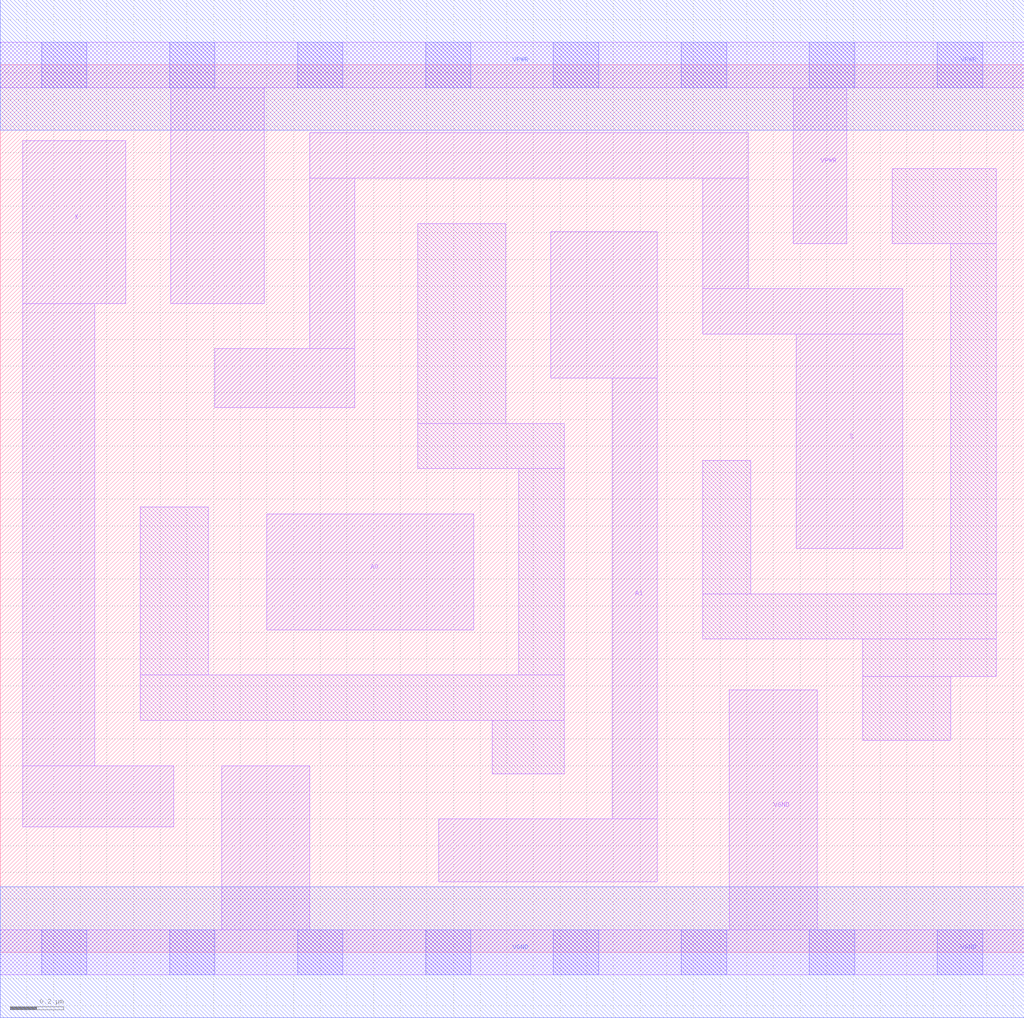
<source format=lef>
# Copyright 2020 The SkyWater PDK Authors
#
# Licensed under the Apache License, Version 2.0 (the "License");
# you may not use this file except in compliance with the License.
# You may obtain a copy of the License at
#
#     https://www.apache.org/licenses/LICENSE-2.0
#
# Unless required by applicable law or agreed to in writing, software
# distributed under the License is distributed on an "AS IS" BASIS,
# WITHOUT WARRANTIES OR CONDITIONS OF ANY KIND, either express or implied.
# See the License for the specific language governing permissions and
# limitations under the License.
#
# SPDX-License-Identifier: Apache-2.0

VERSION 5.7 ;
  NAMESCASESENSITIVE ON ;
  NOWIREEXTENSIONATPIN ON ;
  DIVIDERCHAR "/" ;
  BUSBITCHARS "[]" ;
UNITS
  DATABASE MICRONS 200 ;
END UNITS
MACRO sky130_fd_sc_lp__mux2_0
  CLASS CORE ;
  SOURCE USER ;
  FOREIGN sky130_fd_sc_lp__mux2_0 ;
  ORIGIN  0.000000  0.000000 ;
  SIZE  3.840000 BY  3.330000 ;
  SYMMETRY X Y R90 ;
  SITE unit ;
  PIN A0
    ANTENNAGATEAREA  0.126000 ;
    DIRECTION INPUT ;
    USE SIGNAL ;
    PORT
      LAYER li1 ;
        RECT 1.000000 1.210000 1.775000 1.645000 ;
    END
  END A0
  PIN A1
    ANTENNAGATEAREA  0.126000 ;
    DIRECTION INPUT ;
    USE SIGNAL ;
    PORT
      LAYER li1 ;
        RECT 1.645000 0.265000 2.465000 0.500000 ;
        RECT 2.065000 2.155000 2.465000 2.705000 ;
        RECT 2.295000 0.500000 2.465000 2.155000 ;
    END
  END A1
  PIN S
    ANTENNAGATEAREA  0.252000 ;
    DIRECTION INPUT ;
    USE SIGNAL ;
    PORT
      LAYER li1 ;
        RECT 0.805000 2.045000 1.330000 2.265000 ;
        RECT 1.160000 2.265000 1.330000 2.905000 ;
        RECT 1.160000 2.905000 2.805000 3.075000 ;
        RECT 2.635000 2.320000 3.385000 2.490000 ;
        RECT 2.635000 2.490000 2.805000 2.905000 ;
        RECT 2.985000 1.515000 3.385000 2.320000 ;
    END
  END S
  PIN X
    ANTENNADIFFAREA  0.289300 ;
    DIRECTION OUTPUT ;
    USE SIGNAL ;
    PORT
      LAYER li1 ;
        RECT 0.085000 0.470000 0.650000 0.700000 ;
        RECT 0.085000 0.700000 0.355000 2.435000 ;
        RECT 0.085000 2.435000 0.470000 3.045000 ;
    END
  END X
  PIN VGND
    DIRECTION INOUT ;
    USE GROUND ;
    PORT
      LAYER li1 ;
        RECT 0.000000 -0.085000 3.840000 0.085000 ;
        RECT 0.830000  0.085000 1.160000 0.700000 ;
        RECT 2.735000  0.085000 3.065000 0.985000 ;
      LAYER mcon ;
        RECT 0.155000 -0.085000 0.325000 0.085000 ;
        RECT 0.635000 -0.085000 0.805000 0.085000 ;
        RECT 1.115000 -0.085000 1.285000 0.085000 ;
        RECT 1.595000 -0.085000 1.765000 0.085000 ;
        RECT 2.075000 -0.085000 2.245000 0.085000 ;
        RECT 2.555000 -0.085000 2.725000 0.085000 ;
        RECT 3.035000 -0.085000 3.205000 0.085000 ;
        RECT 3.515000 -0.085000 3.685000 0.085000 ;
      LAYER met1 ;
        RECT 0.000000 -0.245000 3.840000 0.245000 ;
    END
  END VGND
  PIN VPWR
    DIRECTION INOUT ;
    USE POWER ;
    PORT
      LAYER li1 ;
        RECT 0.000000 3.245000 3.840000 3.415000 ;
        RECT 0.640000 2.435000 0.990000 3.245000 ;
        RECT 2.975000 2.660000 3.175000 3.245000 ;
      LAYER mcon ;
        RECT 0.155000 3.245000 0.325000 3.415000 ;
        RECT 0.635000 3.245000 0.805000 3.415000 ;
        RECT 1.115000 3.245000 1.285000 3.415000 ;
        RECT 1.595000 3.245000 1.765000 3.415000 ;
        RECT 2.075000 3.245000 2.245000 3.415000 ;
        RECT 2.555000 3.245000 2.725000 3.415000 ;
        RECT 3.035000 3.245000 3.205000 3.415000 ;
        RECT 3.515000 3.245000 3.685000 3.415000 ;
      LAYER met1 ;
        RECT 0.000000 3.085000 3.840000 3.575000 ;
    END
  END VPWR
  OBS
    LAYER li1 ;
      RECT 0.525000 0.870000 2.115000 1.040000 ;
      RECT 0.525000 1.040000 0.780000 1.670000 ;
      RECT 1.565000 1.815000 2.115000 1.985000 ;
      RECT 1.565000 1.985000 1.895000 2.735000 ;
      RECT 1.845000 0.670000 2.115000 0.870000 ;
      RECT 1.945000 1.040000 2.115000 1.815000 ;
      RECT 2.635000 1.175000 3.735000 1.345000 ;
      RECT 2.635000 1.345000 2.815000 1.845000 ;
      RECT 3.235000 0.795000 3.565000 1.035000 ;
      RECT 3.235000 1.035000 3.735000 1.175000 ;
      RECT 3.345000 2.660000 3.735000 2.940000 ;
      RECT 3.565000 1.345000 3.735000 2.660000 ;
  END
END sky130_fd_sc_lp__mux2_0

</source>
